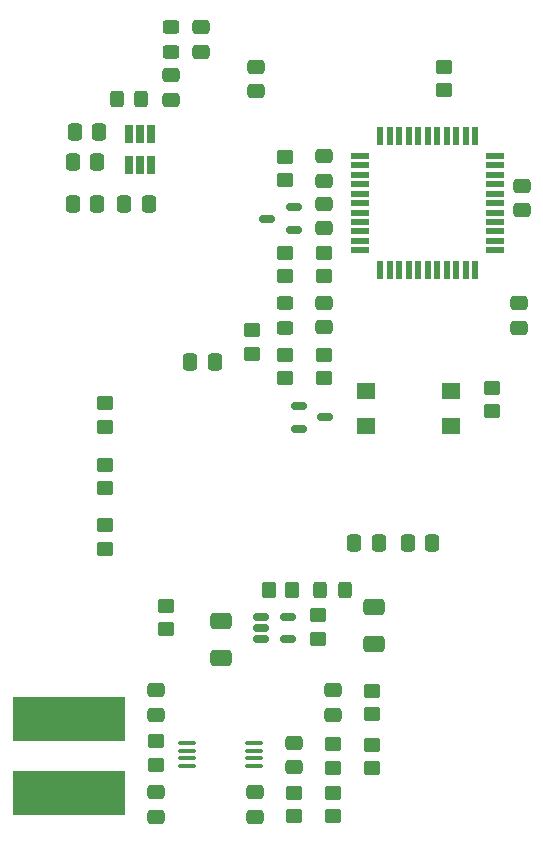
<source format=gbr>
%TF.GenerationSoftware,KiCad,Pcbnew,7.0.10*%
%TF.CreationDate,2024-11-11T15:26:17+02:00*%
%TF.ProjectId,Elektroniikkapaja,456c656b-7472-46f6-9e69-696b6b617061,rev?*%
%TF.SameCoordinates,Original*%
%TF.FileFunction,Paste,Top*%
%TF.FilePolarity,Positive*%
%FSLAX46Y46*%
G04 Gerber Fmt 4.6, Leading zero omitted, Abs format (unit mm)*
G04 Created by KiCad (PCBNEW 7.0.10) date 2024-11-11 15:26:17*
%MOMM*%
%LPD*%
G01*
G04 APERTURE LIST*
G04 Aperture macros list*
%AMRoundRect*
0 Rectangle with rounded corners*
0 $1 Rounding radius*
0 $2 $3 $4 $5 $6 $7 $8 $9 X,Y pos of 4 corners*
0 Add a 4 corners polygon primitive as box body*
4,1,4,$2,$3,$4,$5,$6,$7,$8,$9,$2,$3,0*
0 Add four circle primitives for the rounded corners*
1,1,$1+$1,$2,$3*
1,1,$1+$1,$4,$5*
1,1,$1+$1,$6,$7*
1,1,$1+$1,$8,$9*
0 Add four rect primitives between the rounded corners*
20,1,$1+$1,$2,$3,$4,$5,0*
20,1,$1+$1,$4,$5,$6,$7,0*
20,1,$1+$1,$6,$7,$8,$9,0*
20,1,$1+$1,$8,$9,$2,$3,0*%
G04 Aperture macros list end*
%ADD10RoundRect,0.250000X-0.475000X0.337500X-0.475000X-0.337500X0.475000X-0.337500X0.475000X0.337500X0*%
%ADD11RoundRect,0.250000X-0.325000X-0.450000X0.325000X-0.450000X0.325000X0.450000X-0.325000X0.450000X0*%
%ADD12RoundRect,0.250000X0.337500X0.475000X-0.337500X0.475000X-0.337500X-0.475000X0.337500X-0.475000X0*%
%ADD13RoundRect,0.250000X0.450000X-0.350000X0.450000X0.350000X-0.450000X0.350000X-0.450000X-0.350000X0*%
%ADD14R,0.550000X1.500000*%
%ADD15R,1.500000X0.550000*%
%ADD16RoundRect,0.250000X0.650000X-0.412500X0.650000X0.412500X-0.650000X0.412500X-0.650000X-0.412500X0*%
%ADD17RoundRect,0.250000X-0.450000X0.350000X-0.450000X-0.350000X0.450000X-0.350000X0.450000X0.350000X0*%
%ADD18R,1.600000X1.400000*%
%ADD19RoundRect,0.250000X0.475000X-0.337500X0.475000X0.337500X-0.475000X0.337500X-0.475000X-0.337500X0*%
%ADD20RoundRect,0.150000X-0.512500X-0.150000X0.512500X-0.150000X0.512500X0.150000X-0.512500X0.150000X0*%
%ADD21RoundRect,0.250000X-0.337500X-0.475000X0.337500X-0.475000X0.337500X0.475000X-0.337500X0.475000X0*%
%ADD22R,0.650000X1.560000*%
%ADD23R,9.500000X3.750000*%
%ADD24RoundRect,0.250000X0.350000X0.450000X-0.350000X0.450000X-0.350000X-0.450000X0.350000X-0.450000X0*%
%ADD25RoundRect,0.100000X-0.637500X-0.100000X0.637500X-0.100000X0.637500X0.100000X-0.637500X0.100000X0*%
%ADD26RoundRect,0.250000X0.450000X-0.325000X0.450000X0.325000X-0.450000X0.325000X-0.450000X-0.325000X0*%
%ADD27RoundRect,0.250000X-0.450000X0.325000X-0.450000X-0.325000X0.450000X-0.325000X0.450000X0.325000X0*%
%ADD28RoundRect,0.150000X0.512500X0.150000X-0.512500X0.150000X-0.512500X-0.150000X0.512500X-0.150000X0*%
G04 APERTURE END LIST*
D10*
%TO.C,C5*%
X224282000Y-80496500D03*
X224282000Y-82571500D03*
%TD*%
D11*
%TO.C,L2*%
X219692000Y-82550000D03*
X221742000Y-82550000D03*
%TD*%
D12*
%TO.C,C22*%
X227987500Y-104770000D03*
X225912500Y-104770000D03*
%TD*%
D13*
%TO.C,R4*%
X247396000Y-81772000D03*
X247396000Y-79772000D03*
%TD*%
D14*
%TO.C,U1*%
X242014000Y-97026000D03*
X242814000Y-97026000D03*
X243614000Y-97026000D03*
X244414000Y-97026000D03*
X245214000Y-97026000D03*
X246014000Y-97026000D03*
X246814000Y-97026000D03*
X247614000Y-97026000D03*
X248414000Y-97026000D03*
X249214000Y-97026000D03*
X250014000Y-97026000D03*
D15*
X251714000Y-95326000D03*
X251714000Y-94526000D03*
X251714000Y-93726000D03*
X251714000Y-92926000D03*
X251714000Y-92126000D03*
X251714000Y-91326000D03*
X251714000Y-90526000D03*
X251714000Y-89726000D03*
X251714000Y-88926000D03*
X251714000Y-88126000D03*
X251714000Y-87326000D03*
D14*
X250014000Y-85626000D03*
X249214000Y-85626000D03*
X248414000Y-85626000D03*
X247614000Y-85626000D03*
X246814000Y-85626000D03*
X246014000Y-85626000D03*
X245214000Y-85626000D03*
X244414000Y-85626000D03*
X243614000Y-85626000D03*
X242814000Y-85626000D03*
X242014000Y-85626000D03*
D15*
X240314000Y-87326000D03*
X240314000Y-88126000D03*
X240314000Y-88926000D03*
X240314000Y-89726000D03*
X240314000Y-90526000D03*
X240314000Y-91326000D03*
X240314000Y-92126000D03*
X240314000Y-92926000D03*
X240314000Y-93726000D03*
X240314000Y-94526000D03*
X240314000Y-95326000D03*
%TD*%
D13*
%TO.C,R9*%
X237998000Y-143240000D03*
X237998000Y-141240000D03*
%TD*%
D16*
%TO.C,C18*%
X241487500Y-128630000D03*
X241487500Y-125505000D03*
%TD*%
D17*
%TO.C,R16*%
X236683500Y-126228000D03*
X236683500Y-128228000D03*
%TD*%
%TO.C,R2*%
X233934000Y-95520000D03*
X233934000Y-97520000D03*
%TD*%
D12*
%TO.C,C11*%
X241851000Y-120142000D03*
X239776000Y-120142000D03*
%TD*%
D13*
%TO.C,R21*%
X223870000Y-127420000D03*
X223870000Y-125420000D03*
%TD*%
%TO.C,R11*%
X233934000Y-89408000D03*
X233934000Y-87408000D03*
%TD*%
D18*
%TO.C,SW_reset1*%
X247948000Y-110212000D03*
X240748000Y-110212000D03*
X247948000Y-107212000D03*
X240748000Y-107212000D03*
%TD*%
D10*
%TO.C,C1*%
X253746000Y-99800500D03*
X253746000Y-101875500D03*
%TD*%
%TO.C,C3*%
X226822000Y-76432500D03*
X226822000Y-78507500D03*
%TD*%
D19*
%TO.C,C21*%
X254000000Y-91948000D03*
X254000000Y-89873000D03*
%TD*%
D10*
%TO.C,C16*%
X231394000Y-141224000D03*
X231394000Y-143299000D03*
%TD*%
%TO.C,C15*%
X234696000Y-137020000D03*
X234696000Y-139095000D03*
%TD*%
D20*
%TO.C,U6*%
X231932500Y-126350000D03*
X231932500Y-127300000D03*
X231932500Y-128250000D03*
X234207500Y-128250000D03*
X234207500Y-126350000D03*
%TD*%
D13*
%TO.C,R13*%
X231130000Y-104080000D03*
X231130000Y-102080000D03*
%TD*%
D21*
%TO.C,C12*%
X244326500Y-120142000D03*
X246401500Y-120142000D03*
%TD*%
D17*
%TO.C,R5*%
X237998000Y-137160000D03*
X237998000Y-139160000D03*
%TD*%
%TO.C,R7*%
X241300000Y-132620000D03*
X241300000Y-134620000D03*
%TD*%
D20*
%TO.C,Q2*%
X235082500Y-108524000D03*
X235082500Y-110424000D03*
X237357500Y-109474000D03*
%TD*%
D19*
%TO.C,C6*%
X237236000Y-89429500D03*
X237236000Y-87354500D03*
%TD*%
D22*
%TO.C,U3*%
X222614000Y-85438000D03*
X221664000Y-85438000D03*
X220714000Y-85438000D03*
X220714000Y-88138000D03*
X221664000Y-88138000D03*
X222614000Y-88138000D03*
%TD*%
D21*
%TO.C,C17*%
X216132500Y-85344000D03*
X218207500Y-85344000D03*
%TD*%
D17*
%TO.C,R18*%
X218720000Y-108250000D03*
X218720000Y-110250000D03*
%TD*%
D19*
%TO.C,C10*%
X231440000Y-81847500D03*
X231440000Y-79772500D03*
%TD*%
D12*
%TO.C,C7*%
X218042000Y-87884000D03*
X215967000Y-87884000D03*
%TD*%
D19*
%TO.C,C20*%
X237998000Y-134641500D03*
X237998000Y-132566500D03*
%TD*%
D10*
%TO.C,C13*%
X223012000Y-141202500D03*
X223012000Y-143277500D03*
%TD*%
D17*
%TO.C,R20*%
X218700000Y-118590000D03*
X218700000Y-120590000D03*
%TD*%
D19*
%TO.C,C14*%
X223012000Y-134641500D03*
X223012000Y-132566500D03*
%TD*%
D23*
%TO.C,L3*%
X215646000Y-141285000D03*
X215646000Y-135035000D03*
%TD*%
D13*
%TO.C,R1*%
X251460000Y-108950000D03*
X251460000Y-106950000D03*
%TD*%
D17*
%TO.C,R8*%
X234696000Y-141240000D03*
X234696000Y-143240000D03*
%TD*%
D13*
%TO.C,R10*%
X237236000Y-97520000D03*
X237236000Y-95520000D03*
%TD*%
D10*
%TO.C,C2*%
X237236000Y-99779000D03*
X237236000Y-101854000D03*
%TD*%
D24*
%TO.C,R15*%
X234563500Y-124088000D03*
X232563500Y-124088000D03*
%TD*%
D11*
%TO.C,D3*%
X236927500Y-124070000D03*
X238977500Y-124070000D03*
%TD*%
D17*
%TO.C,R14*%
X233934000Y-104172000D03*
X233934000Y-106172000D03*
%TD*%
D25*
%TO.C,U2*%
X225607500Y-137025000D03*
X225607500Y-137675000D03*
X225607500Y-138325000D03*
X225607500Y-138975000D03*
X231332500Y-138975000D03*
X231332500Y-138325000D03*
X231332500Y-137675000D03*
X231332500Y-137025000D03*
%TD*%
D12*
%TO.C,C8*%
X218042000Y-91440000D03*
X215967000Y-91440000D03*
%TD*%
D26*
%TO.C,D1*%
X233934000Y-101872000D03*
X233934000Y-99822000D03*
%TD*%
D13*
%TO.C,R17*%
X237236000Y-106156000D03*
X237236000Y-104156000D03*
%TD*%
D10*
%TO.C,C4*%
X237236000Y-91397000D03*
X237236000Y-93472000D03*
%TD*%
D17*
%TO.C,R3*%
X223012000Y-136906000D03*
X223012000Y-138906000D03*
%TD*%
D27*
%TO.C,L1*%
X224282000Y-76445000D03*
X224282000Y-78495000D03*
%TD*%
D17*
%TO.C,R19*%
X218720000Y-113470000D03*
X218720000Y-115470000D03*
%TD*%
D13*
%TO.C,R6*%
X241300000Y-139176000D03*
X241300000Y-137176000D03*
%TD*%
D28*
%TO.C,Q1*%
X234685000Y-93594000D03*
X234685000Y-91694000D03*
X232410000Y-92644000D03*
%TD*%
D21*
%TO.C,C9*%
X220328000Y-91440000D03*
X222403000Y-91440000D03*
%TD*%
D16*
%TO.C,C19*%
X228500000Y-129812500D03*
X228500000Y-126687500D03*
%TD*%
M02*

</source>
